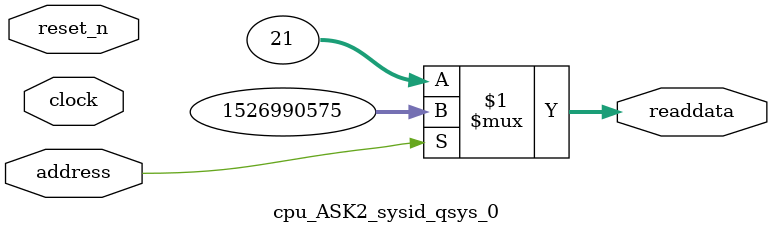
<source format=v>

`timescale 1ns / 1ps
// synthesis translate_on

// turn off superfluous verilog processor warnings 
// altera message_level Level1 
// altera message_off 10034 10035 10036 10037 10230 10240 10030 

module cpu_ASK2_sysid_qsys_0 (
               // inputs:
                address,
                clock,
                reset_n,

               // outputs:
                readdata
             )
;

  output  [ 31: 0] readdata;
  input            address;
  input            clock;
  input            reset_n;

  wire    [ 31: 0] readdata;
  //control_slave, which is an e_avalon_slave
  assign readdata = address ? 1526990575 : 21;

endmodule




</source>
